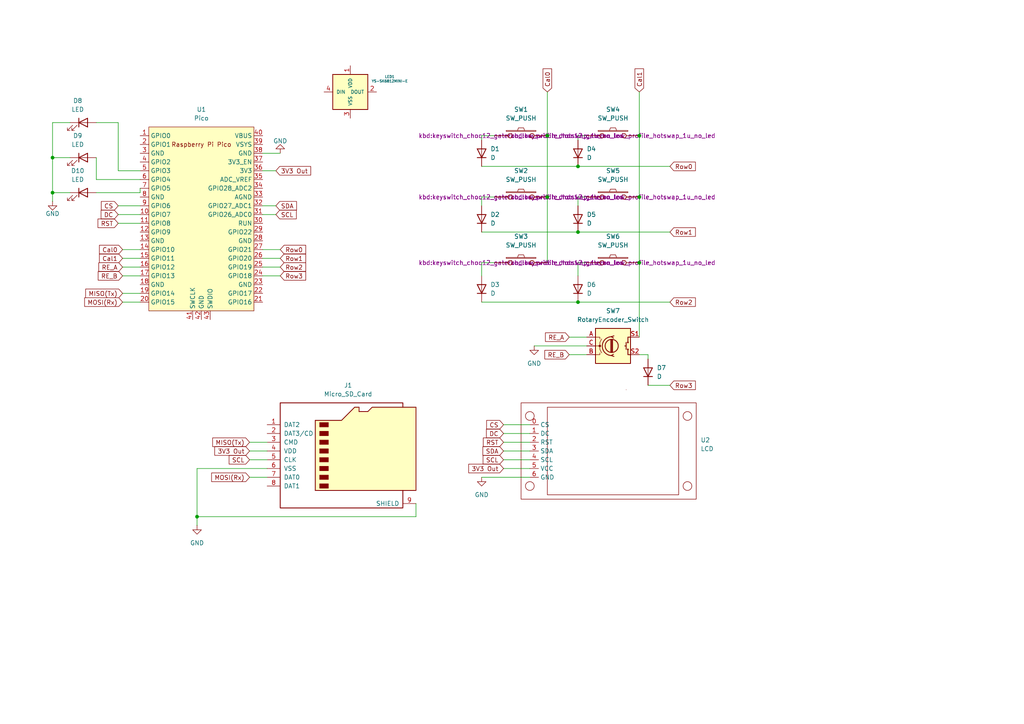
<source format=kicad_sch>
(kicad_sch (version 20231120) (generator "eeschema") (generator_version "8.0")
  (paper "A4")
  (lib_symbols
    (symbol "4xxx_IEEE:4001"
      (property "Reference" "U" (at -10.16 19.812 0))
      (property "Value" "LCD" (at -10.16 18.034 0))
      (symbol "4001_0_0"
        (pin input line (at -31.75 10.16 0) (length 2.54) (name "CS") (number "0"))
        (pin input line (at -31.75 7.62 0) (length 2.54) (name "DC") (number "1"))
        (pin input line (at -31.75 5.08 0) (length 2.54) (name "RST") (number "2"))
        (pin input line (at -31.75 2.54 0) (length 2.54) (name "SDA") (number "3"))
        (pin input line (at -31.75 0 0) (length 2.54) (name "SCL") (number "4"))
        (pin power_in line (at -31.75 -2.54 0) (length 2.54) (name "VCC") (number "5"))
        (pin power_out line (at -31.75 -5.08 0) (length 2.54) (name "GND") (number "6"))
      )
      (symbol "4001_0_1"
        (rectangle (start -34.29 16.51) (end 16.51 -11.43))
        (circle (center -31.75 -7.62) (radius 1.27))
        (circle (center -31.75 12.7) (radius 1.27))
        (rectangle (start -26.67 15.24) (end 11.43 -10.16))
        (rectangle (start -3.81 20.32) (end -3.81 20.32))
        (circle (center 13.97 -7.62) (radius 1.27))
        (circle (center 13.97 12.7) (radius 1.27))
      )
    )
    (symbol "Connector:Micro_SD_Card" (pin_names (offset 1.016))
      (property "Reference" "J" (at -16.51 15.24 0))
      (property "Value" "Micro_SD_Card" (at 16.51 15.24 0))
      (symbol "Micro_SD_Card_0_1"
        (rectangle (start -7.62 -9.525) (end -5.08 -10.795) (fill (type outline)))
        (rectangle (start -7.62 -6.985) (end -5.08 -8.255) (fill (type outline)))
        (rectangle (start -7.62 -4.445) (end -5.08 -5.715) (fill (type outline)))
        (rectangle (start -7.62 -1.905) (end -5.08 -3.175) (fill (type outline)))
        (rectangle (start -7.62 0.635) (end -5.08 -0.635) (fill (type outline)))
        (rectangle (start -7.62 3.175) (end -5.08 1.905) (fill (type outline)))
        (rectangle (start -7.62 5.715) (end -5.08 4.445) (fill (type outline)))
        (rectangle (start -7.62 8.255) (end -5.08 6.985) (fill (type outline)))
        (polyline (pts (xy 16.51 12.7) (xy 16.51 13.97) (xy -19.05 13.97) (xy -19.05 -16.51) (xy 16.51 -16.51) (xy 16.51 -11.43)) (stroke (width 0.254)))
        (polyline (pts (xy -8.89 -11.43) (xy -8.89 8.89) (xy -1.27 8.89) (xy 2.54 12.7) (xy 3.81 12.7) (xy 3.81 11.43) (xy 6.35 11.43) (xy 7.62 12.7) (xy 20.32 12.7) (xy 20.32 -11.43) (xy -8.89 -11.43)) (stroke (width 0.254)) (fill (type background)))
      )
      (symbol "Micro_SD_Card_1_1"
        (pin bidirectional line (at -22.86 7.62 0) (length 3.81) (name "DAT2") (number "1"))
        (pin bidirectional line (at -22.86 5.08 0) (length 3.81) (name "DAT3/CD") (number "2"))
        (pin input line (at -22.86 2.54 0) (length 3.81) (name "CMD") (number "3"))
        (pin power_in line (at -22.86 0 0) (length 3.81) (name "VDD") (number "4"))
        (pin input line (at -22.86 -2.54 0) (length 3.81) (name "CLK") (number "5"))
        (pin power_in line (at -22.86 -5.08 0) (length 3.81) (name "VSS") (number "6"))
        (pin bidirectional line (at -22.86 -7.62 0) (length 3.81) (name "DAT0") (number "7"))
        (pin bidirectional line (at -22.86 -10.16 0) (length 3.81) (name "DAT1") (number "8"))
        (pin passive line (at 20.32 -15.24 180) (length 3.81) (name "SHIELD") (number "9"))
      )
    )
    (symbol "Device:D" (pin_numbers hide) (pin_names (offset 1.016) hide)
      (property "Reference" "D" (at 0 2.54 0))
      (property "Value" "D" (at 0 -2.54 0))
      (symbol "D_0_1"
        (polyline (pts (xy -1.27 1.27) (xy -1.27 -1.27)) (stroke (width 0.254)))
        (polyline (pts (xy 1.27 0) (xy -1.27 0)))
        (polyline (pts (xy 1.27 1.27) (xy 1.27 -1.27) (xy -1.27 0) (xy 1.27 1.27)) (stroke (width 0.254)))
      )
      (symbol "D_1_1"
        (pin passive line (at -3.81 0 0) (length 2.54) (name "K") (number "1"))
        (pin passive line (at 3.81 0 180) (length 2.54) (name "A") (number "2"))
      )
    )
    (symbol "Device:LED" (pin_numbers hide) (pin_names (offset 1.016) hide)
      (property "Reference" "D" (at 0 2.54 0))
      (property "Value" "LED" (at 0 -2.54 0))
      (symbol "LED_0_1"
        (polyline (pts (xy -1.27 -1.27) (xy -1.27 1.27)) (stroke (width 0.254)))
        (polyline (pts (xy -1.27 0) (xy 1.27 0)))
        (polyline (pts (xy 1.27 -1.27) (xy 1.27 1.27) (xy -1.27 0) (xy 1.27 -1.27)) (stroke (width 0.254)))
        (polyline (pts (xy -3.048 -0.762) (xy -4.572 -2.286) (xy -3.81 -2.286) (xy -4.572 -2.286) (xy -4.572 -1.524)))
        (polyline (pts (xy -1.778 -0.762) (xy -3.302 -2.286) (xy -2.54 -2.286) (xy -3.302 -2.286) (xy -3.302 -1.524)))
      )
      (symbol "LED_1_1"
        (pin passive line (at -3.81 0 0) (length 2.54) (name "K") (number "1"))
        (pin passive line (at 3.81 0 180) (length 2.54) (name "A") (number "2"))
      )
    )
    (symbol "Device:RotaryEncoder_Switch" (pin_names (offset 0.254) hide)
      (property "Reference" "SW" (at 0 6.604 0))
      (property "Value" "RotaryEncoder_Switch" (at 0 -6.604 0))
      (symbol "RotaryEncoder_Switch_0_1"
        (rectangle (start -5.08 5.08) (end 5.08 -5.08) (stroke (width 0.254)) (fill (type background)))
        (circle (center -3.81 0) (radius 0.254) (fill (type outline)))
        (circle (center -0.381 0) (radius 1.905) (stroke (width 0.254)))
        (arc (start -0.381 2.667) (mid -3.0988 -0.0635) (end -0.381 -2.794) (stroke (width 0.254)))
        (polyline (pts (xy -0.635 -1.778) (xy -0.635 1.778)) (stroke (width 0.254)))
        (polyline (pts (xy -0.381 -1.778) (xy -0.381 1.778)) (stroke (width 0.254)))
        (polyline (pts (xy -0.127 1.778) (xy -0.127 -1.778)) (stroke (width 0.254)))
        (polyline (pts (xy 3.81 0) (xy 3.429 0)) (stroke (width 0.254)))
        (polyline (pts (xy 3.81 1.016) (xy 3.81 -1.016)) (stroke (width 0.254)))
        (polyline (pts (xy -5.08 -2.54) (xy -3.81 -2.54) (xy -3.81 -2.032)))
        (polyline (pts (xy -5.08 2.54) (xy -3.81 2.54) (xy -3.81 2.032)))
        (polyline (pts (xy 0.254 -3.048) (xy -0.508 -2.794) (xy 0.127 -2.413)) (stroke (width 0.254)))
        (polyline (pts (xy 0.254 2.921) (xy -0.508 2.667) (xy 0.127 2.286)) (stroke (width 0.254)))
        (polyline (pts (xy 5.08 -2.54) (xy 4.318 -2.54) (xy 4.318 -1.016)) (stroke (width 0.254)))
        (polyline (pts (xy 5.08 2.54) (xy 4.318 2.54) (xy 4.318 1.016)) (stroke (width 0.254)))
        (polyline (pts (xy -5.08 0) (xy -3.81 0) (xy -3.81 -1.016) (xy -3.302 -2.032)))
        (polyline (pts (xy -4.318 0) (xy -3.81 0) (xy -3.81 1.016) (xy -3.302 2.032)))
        (circle (center 4.318 -1.016) (radius 0.127) (stroke (width 0.254)))
        (circle (center 4.318 1.016) (radius 0.127) (stroke (width 0.254)))
      )
      (symbol "RotaryEncoder_Switch_1_1"
        (pin passive line (at -7.62 2.54 0) (length 2.54) (name "A") (number "A"))
        (pin passive line (at -7.62 -2.54 0) (length 2.54) (name "B") (number "B"))
        (pin passive line (at -7.62 0 0) (length 2.54) (name "C") (number "C"))
        (pin passive line (at 7.62 2.54 180) (length 2.54) (name "S1") (number "S1"))
        (pin passive line (at 7.62 -2.54 180) (length 2.54) (name "S2") (number "S2"))
      )
    )
    (symbol "MCU_RaspberryPi_and_Boards:Pico"
      (property "Reference" "U" (at -13.97 27.94 0))
      (property "Value" "Pico" (at 0 19.05 0))
      (symbol "Pico_0_0"
        (text "Raspberry Pi Pico" (at 0 21.59 0) (effects (font (size 1.27 1.27))))
      )
      (symbol "Pico_0_1"
        (rectangle (start -15.24 26.67) (end 15.24 -26.67) (fill (type background)))
      )
      (symbol "Pico_1_1"
        (pin bidirectional line (at -17.78 24.13 0) (length 2.54) (name "GPIO0") (number "1"))
        (pin bidirectional line (at -17.78 1.27 0) (length 2.54) (name "GPIO7") (number "10"))
        (pin bidirectional line (at -17.78 -1.27 0) (length 2.54) (name "GPIO8") (number "11"))
        (pin bidirectional line (at -17.78 -3.81 0) (length 2.54) (name "GPIO9") (number "12"))
        (pin power_in line (at -17.78 -6.35 0) (length 2.54) (name "GND") (number "13"))
        (pin bidirectional line (at -17.78 -8.89 0) (length 2.54) (name "GPIO10") (number "14"))
        (pin bidirectional line (at -17.78 -11.43 0) (length 2.54) (name "GPIO11") (number "15"))
        (pin bidirectional line (at -17.78 -13.97 0) (length 2.54) (name "GPIO12") (number "16"))
        (pin bidirectional line (at -17.78 -16.51 0) (length 2.54) (name "GPIO13") (number "17"))
        (pin power_in line (at -17.78 -19.05 0) (length 2.54) (name "GND") (number "18"))
        (pin bidirectional line (at -17.78 -21.59 0) (length 2.54) (name "GPIO14") (number "19"))
        (pin bidirectional line (at -17.78 21.59 0) (length 2.54) (name "GPIO1") (number "2"))
        (pin bidirectional line (at -17.78 -24.13 0) (length 2.54) (name "GPIO15") (number "20"))
        (pin bidirectional line (at 17.78 -24.13 180) (length 2.54) (name "GPIO16") (number "21"))
        (pin bidirectional line (at 17.78 -21.59 180) (length 2.54) (name "GPIO17") (number "22"))
        (pin power_in line (at 17.78 -19.05 180) (length 2.54) (name "GND") (number "23"))
        (pin bidirectional line (at 17.78 -16.51 180) (length 2.54) (name "GPIO18") (number "24"))
        (pin bidirectional line (at 17.78 -13.97 180) (length 2.54) (name "GPIO19") (number "25"))
        (pin bidirectional line (at 17.78 -11.43 180) (length 2.54) (name "GPIO20") (number "26"))
        (pin bidirectional line (at 17.78 -8.89 180) (length 2.54) (name "GPIO21") (number "27"))
        (pin power_in line (at 17.78 -6.35 180) (length 2.54) (name "GND") (number "28"))
        (pin bidirectional line (at 17.78 -3.81 180) (length 2.54) (name "GPIO22") (number "29"))
        (pin power_in line (at -17.78 19.05 0) (length 2.54) (name "GND") (number "3"))
        (pin input line (at 17.78 -1.27 180) (length 2.54) (name "RUN") (number "30"))
        (pin bidirectional line (at 17.78 1.27 180) (length 2.54) (name "GPIO26_ADC0") (number "31"))
        (pin bidirectional line (at 17.78 3.81 180) (length 2.54) (name "GPIO27_ADC1") (number "32"))
        (pin power_in line (at 17.78 6.35 180) (length 2.54) (name "AGND") (number "33"))
        (pin bidirectional line (at 17.78 8.89 180) (length 2.54) (name "GPIO28_ADC2") (number "34"))
        (pin power_in line (at 17.78 11.43 180) (length 2.54) (name "ADC_VREF") (number "35"))
        (pin power_in line (at 17.78 13.97 180) (length 2.54) (name "3V3") (number "36"))
        (pin input line (at 17.78 16.51 180) (length 2.54) (name "3V3_EN") (number "37"))
        (pin bidirectional line (at 17.78 19.05 180) (length 2.54) (name "GND") (number "38"))
        (pin power_in line (at 17.78 21.59 180) (length 2.54) (name "VSYS") (number "39"))
        (pin bidirectional line (at -17.78 16.51 0) (length 2.54) (name "GPIO2") (number "4"))
        (pin power_in line (at 17.78 24.13 180) (length 2.54) (name "VBUS") (number "40"))
        (pin input line (at -2.54 -29.21 90) (length 2.54) (name "SWCLK") (number "41"))
        (pin power_in line (at 0 -29.21 90) (length 2.54) (name "GND") (number "42"))
        (pin bidirectional line (at 2.54 -29.21 90) (length 2.54) (name "SWDIO") (number "43"))
        (pin bidirectional line (at -17.78 13.97 0) (length 2.54) (name "GPIO3") (number "5"))
        (pin bidirectional line (at -17.78 11.43 0) (length 2.54) (name "GPIO4") (number "6"))
        (pin bidirectional line (at -17.78 8.89 0) (length 2.54) (name "GPIO5") (number "7"))
        (pin power_in line (at -17.78 6.35 0) (length 2.54) (name "GND") (number "8"))
        (pin bidirectional line (at -17.78 3.81 0) (length 2.54) (name "GPIO6") (number "9"))
      )
    )
    (symbol "kbd:SW_PUSH" (pin_numbers hide) (pin_names (offset 1.016) hide)
      (property "Reference" "SW" (at 3.81 2.794 0))
      (property "Value" "SW_PUSH" (at 0 -2.032 0))
      (symbol "SW_PUSH_0_1"
        (rectangle (start -4.318 1.27) (end 4.318 1.524))
        (polyline (pts (xy -1.016 1.524) (xy -0.762 2.286) (xy 0.762 2.286) (xy 1.016 1.524)))
        (pin passive inverted (at -7.62 0 0) (length 5.08) (name "1") (number "1"))
        (pin passive inverted (at 7.62 0 180) (length 5.08) (name "2") (number "2"))
      )
    )
    (symbol "kbd:YS-SK6812MINI-E" (pin_names (offset 1.016))
      (property "Reference" "LED" (at 2.54 -7.62 0))
      (property "Value" "YS-SK6812MINI-E" (at 6.35 -6.35 0))
      (symbol "YS-SK6812MINI-E_0_1"
        (rectangle (start -5.08 5.08) (end 5.08 -5.08) (stroke (width 0.254)) (fill (type background)))
      )
      (symbol "YS-SK6812MINI-E_1_1"
        (pin power_in line (at 0 7.62 270) (length 2.54) (name "VDD") (number "1"))
        (pin output line (at 7.62 0 180) (length 2.54) (name "DOUT") (number "2"))
        (pin power_in line (at 0 -7.62 90) (length 2.54) (name "VSS") (number "3"))
        (pin input line (at -7.62 0 0) (length 2.54) (name "DIN") (number "4"))
      )
    )
    (symbol "power:GND" (power) (pin_numbers hide) (pin_names (offset 0) hide)
      (property "Value" "GND" (at 0 -3.81 0))
      (symbol "GND_0_1"
        (polyline (pts (xy 0 0) (xy 0 -1.27) (xy 1.27 -1.27) (xy 0 -2.54) (xy -1.27 -1.27) (xy 0 -1.27)))
      )
      (symbol "GND_1_1"
        (pin power_in line (at 0 0 270) (length 0) (name "~") (number "1"))
      )
    )
  )
  (junction (at 185.42 57.15))
  (junction (at 15.24 45.72))
  (junction (at 158.75 39.37))
  (junction (at 167.64 87.63))
  (junction (at 185.42 39.37))
  (junction (at 15.24 55.88))
  (junction (at 185.42 76.2))
  (junction (at 167.64 67.31))
  (junction (at 57.15 149.86))
  (junction (at 167.64 48.26))
  (junction (at 158.75 57.15))
  (wire (pts (xy 35.56 85.09) (xy 40.64 85.09)))
  (wire (pts (xy 139.7 57.15) (xy 139.7 59.69)))
  (wire (pts (xy 167.64 67.31) (xy 194.31 67.31)))
  (wire (pts (xy 34.29 49.53) (xy 40.64 49.53)))
  (wire (pts (xy 185.42 26.67) (xy 185.42 39.37)))
  (wire (pts (xy 72.39 133.35) (xy 77.47 133.35)))
  (wire (pts (xy 20.32 45.72) (xy 15.24 45.72)))
  (wire (pts (xy 76.2 80.01) (xy 81.28 80.01)))
  (wire (pts (xy 72.39 138.43) (xy 77.47 138.43)))
  (wire (pts (xy 146.05 133.35) (xy 153.67 133.35)))
  (wire (pts (xy 146.05 130.81) (xy 153.67 130.81)))
  (wire (pts (xy 76.2 62.23) (xy 80.01 62.23)))
  (wire (pts (xy 15.24 45.72) (xy 15.24 55.88)))
  (wire (pts (xy 20.32 55.88) (xy 15.24 55.88)))
  (wire (pts (xy 76.2 44.45) (xy 81.28 44.45)))
  (wire (pts (xy 143.51 76.2) (xy 139.7 76.2)))
  (wire (pts (xy 185.42 39.37) (xy 185.42 57.15)))
  (wire (pts (xy 170.18 39.37) (xy 167.64 39.37)))
  (wire (pts (xy 167.64 39.37) (xy 167.64 40.64)))
  (wire (pts (xy 167.64 48.26) (xy 194.31 48.26)))
  (wire (pts (xy 170.18 76.2) (xy 167.64 76.2)))
  (wire (pts (xy 146.05 123.19) (xy 153.67 123.19)))
  (wire (pts (xy 185.42 76.2) (xy 185.42 97.79)))
  (wire (pts (xy 72.39 128.27) (xy 77.47 128.27)))
  (wire (pts (xy 27.94 52.07) (xy 27.94 45.72)))
  (wire (pts (xy 154.94 100.33) (xy 170.18 100.33)))
  (wire (pts (xy 139.7 76.2) (xy 139.7 80.01)))
  (wire (pts (xy 76.2 74.93) (xy 81.28 74.93)))
  (wire (pts (xy 158.75 26.67) (xy 158.75 39.37)))
  (wire (pts (xy 34.29 35.56) (xy 34.29 49.53)))
  (wire (pts (xy 15.24 55.88) (xy 15.24 58.42)))
  (wire (pts (xy 170.18 57.15) (xy 167.64 57.15)))
  (wire (pts (xy 167.64 87.63) (xy 139.7 87.63)))
  (wire (pts (xy 35.56 74.93) (xy 40.64 74.93)))
  (wire (pts (xy 35.56 77.47) (xy 40.64 77.47)))
  (wire (pts (xy 57.15 135.89) (xy 57.15 149.86)))
  (wire (pts (xy 165.1 102.87) (xy 170.18 102.87)))
  (wire (pts (xy 57.15 149.86) (xy 57.15 152.4)))
  (wire (pts (xy 139.7 39.37) (xy 139.7 40.64)))
  (wire (pts (xy 194.31 87.63) (xy 167.64 87.63)))
  (wire (pts (xy 76.2 59.69) (xy 80.01 59.69)))
  (wire (pts (xy 185.42 102.87) (xy 187.96 102.87)))
  (wire (pts (xy 143.51 57.15) (xy 139.7 57.15)))
  (wire (pts (xy 146.05 125.73) (xy 153.67 125.73)))
  (wire (pts (xy 165.1 97.79) (xy 170.18 97.79)))
  (wire (pts (xy 27.94 55.88) (xy 40.64 55.88)))
  (wire (pts (xy 40.64 55.88) (xy 40.64 54.61)))
  (wire (pts (xy 76.2 49.53) (xy 80.01 49.53)))
  (wire (pts (xy 27.94 35.56) (xy 34.29 35.56)))
  (wire (pts (xy 34.29 64.77) (xy 40.64 64.77)))
  (wire (pts (xy 76.2 77.47) (xy 81.28 77.47)))
  (wire (pts (xy 77.47 135.89) (xy 57.15 135.89)))
  (wire (pts (xy 34.29 59.69) (xy 40.64 59.69)))
  (wire (pts (xy 146.05 135.89) (xy 153.67 135.89)))
  (wire (pts (xy 167.64 57.15) (xy 167.64 59.69)))
  (wire (pts (xy 120.65 149.86) (xy 57.15 149.86)))
  (wire (pts (xy 76.2 72.39) (xy 81.28 72.39)))
  (wire (pts (xy 72.39 130.81) (xy 77.47 130.81)))
  (wire (pts (xy 35.56 80.01) (xy 40.64 80.01)))
  (wire (pts (xy 20.32 35.56) (xy 15.24 35.56)))
  (wire (pts (xy 167.64 76.2) (xy 167.64 80.01)))
  (wire (pts (xy 158.75 57.15) (xy 158.75 76.2)))
  (wire (pts (xy 139.7 48.26) (xy 167.64 48.26)))
  (wire (pts (xy 158.75 39.37) (xy 158.75 57.15)))
  (wire (pts (xy 15.24 35.56) (xy 15.24 45.72)))
  (wire (pts (xy 35.56 72.39) (xy 40.64 72.39)))
  (wire (pts (xy 120.65 146.05) (xy 120.65 149.86)))
  (wire (pts (xy 187.96 111.76) (xy 194.31 111.76)))
  (wire (pts (xy 146.05 128.27) (xy 153.67 128.27)))
  (wire (pts (xy 187.96 102.87) (xy 187.96 104.14)))
  (wire (pts (xy 143.51 39.37) (xy 139.7 39.37)))
  (wire (pts (xy 139.7 138.43) (xy 153.67 138.43)))
  (wire (pts (xy 40.64 52.07) (xy 27.94 52.07)))
  (wire (pts (xy 185.42 57.15) (xy 185.42 76.2)))
  (wire (pts (xy 34.29 62.23) (xy 40.64 62.23)))
  (wire (pts (xy 139.7 67.31) (xy 167.64 67.31)))
  (wire (pts (xy 35.56 87.63) (xy 40.64 87.63)))
  (global_label "SDA" (shape input) (at 146.05 130.81 180) (property "Intersheetrefs" "${INTERSHEET_REFS}" (effects (hide yes))))
  (global_label "SCL" (shape input) (at 146.05 133.35 180) (property "Intersheetrefs" "${INTERSHEET_REFS}" (effects (hide yes))))
  (global_label "3V3 Out" (shape input) (at 146.05 135.89 180) (property "Intersheetrefs" "${INTERSHEET_REFS}" (effects (hide yes))))
  (global_label "SCL" (shape input) (at 80.01 62.23 0) (property "Intersheetrefs" "${INTERSHEET_REFS}" (effects (hide yes))))
  (global_label "Row0" (shape input) (at 194.31 48.26 0) (property "Intersheetrefs" "${INTERSHEET_REFS}" (effects (hide yes))))
  (global_label "SDA" (shape input) (at 80.01 59.69 0) (property "Intersheetrefs" "${INTERSHEET_REFS}" (effects (hide yes))))
  (global_label "Row2" (shape input) (at 194.31 87.63 0) (property "Intersheetrefs" "${INTERSHEET_REFS}" (effects (hide yes))))
  (global_label "Row1" (shape input) (at 81.28 74.93 0) (property "Intersheetrefs" "${INTERSHEET_REFS}" (effects (hide yes))))
  (global_label "RE_A" (shape input) (at 35.56 77.47 180) (property "Intersheetrefs" "${INTERSHEET_REFS}" (effects (hide yes))))
  (global_label "CS" (shape input) (at 34.29 59.69 180) (property "Intersheetrefs" "${INTERSHEET_REFS}" (effects (hide yes))))
  (global_label "Row2" (shape input) (at 81.28 77.47 0) (property "Intersheetrefs" "${INTERSHEET_REFS}" (effects (hide yes))))
  (global_label "MOSI(Rx)" (shape input) (at 72.39 138.43 180) (property "Intersheetrefs" "${INTERSHEET_REFS}" (effects (hide yes))))
  (global_label "Row1" (shape input) (at 194.31 67.31 0) (property "Intersheetrefs" "${INTERSHEET_REFS}" (effects (hide yes))))
  (global_label "MOSI(Rx)" (shape input) (at 35.56 87.63 180) (property "Intersheetrefs" "${INTERSHEET_REFS}" (effects (hide yes))))
  (global_label "Cal0" (shape input) (at 158.75 26.67 90) (property "Intersheetrefs" "${INTERSHEET_REFS}" (effects (hide yes))))
  (global_label "MISO(Tx)" (shape input) (at 35.56 85.09 180) (property "Intersheetrefs" "${INTERSHEET_REFS}" (effects (hide yes))))
  (global_label "Cal1" (shape input) (at 35.56 74.93 180) (property "Intersheetrefs" "${INTERSHEET_REFS}" (effects (hide yes))))
  (global_label "Cal0" (shape input) (at 35.56 72.39 180) (property "Intersheetrefs" "${INTERSHEET_REFS}" (effects (hide yes))))
  (global_label "SCL" (shape input) (at 72.39 133.35 180) (property "Intersheetrefs" "${INTERSHEET_REFS}" (effects (hide yes))))
  (global_label "RST" (shape input) (at 146.05 128.27 180) (property "Intersheetrefs" "${INTERSHEET_REFS}" (effects (hide yes))))
  (global_label "Row3" (shape input) (at 194.31 111.76 0) (property "Intersheetrefs" "${INTERSHEET_REFS}" (effects (hide yes))))
  (global_label "Row3" (shape input) (at 81.28 80.01 0) (property "Intersheetrefs" "${INTERSHEET_REFS}" (effects (hide yes))))
  (global_label "CS" (shape input) (at 146.05 123.19 180) (property "Intersheetrefs" "${INTERSHEET_REFS}" (effects (hide yes))))
  (global_label "DC" (shape input) (at 146.05 125.73 180) (property "Intersheetrefs" "${INTERSHEET_REFS}" (effects (hide yes))))
  (global_label "RST" (shape input) (at 34.29 64.77 180) (property "Intersheetrefs" "${INTERSHEET_REFS}" (effects (hide yes))))
  (global_label "Row0" (shape input) (at 81.28 72.39 0) (property "Intersheetrefs" "${INTERSHEET_REFS}" (effects (hide yes))))
  (global_label "3V3 Out" (shape input) (at 80.01 49.53 0) (property "Intersheetrefs" "${INTERSHEET_REFS}" (effects (hide yes))))
  (global_label "DC" (shape input) (at 34.29 62.23 180) (property "Intersheetrefs" "${INTERSHEET_REFS}" (effects (hide yes))))
  (global_label "RE_B" (shape input) (at 165.1 102.87 180) (property "Intersheetrefs" "${INTERSHEET_REFS}" (effects (hide yes))))
  (global_label "RE_B" (shape input) (at 35.56 80.01 180) (property "Intersheetrefs" "${INTERSHEET_REFS}" (effects (hide yes))))
  (global_label "Cal1" (shape input) (at 185.42 26.67 90) (property "Intersheetrefs" "${INTERSHEET_REFS}" (effects (hide yes))))
  (global_label "3V3 Out" (shape input) (at 72.39 130.81 180) (property "Intersheetrefs" "${INTERSHEET_REFS}" (effects (hide yes))))
  (global_label "RE_A" (shape input) (at 165.1 97.79 180) (property "Intersheetrefs" "${INTERSHEET_REFS}" (effects (hide yes))))
  (global_label "MISO(Tx)" (shape input) (at 72.39 128.27 180) (property "Intersheetrefs" "${INTERSHEET_REFS}" (effects (hide yes))))
  (symbol (lib_id "kbd:SW_PUSH") (at 177.8 39.37 0) (unit 1)
    (property "Reference" "SW4" (at 177.8 31.75 0))
    (property "Value" "SW_PUSH" (at 177.8 34.29 0))
    (property "Footprint" "kbd:keyswitch_choc12_gateron_low_profile_hotswap_1u_no_led" (at 177.8 39.37 0))
  )
  (symbol (lib_id "power:GND") (at 57.15 152.4 0) (unit 1)
    (property "Reference" "#PWR03" (effects (hide yes)))
    (property "Value" "GND" (at 57.15 157.48 0))
    (property "Description" "Power symbol creates a global label with name \"GND\" , ground" (effects (hide yes)))
  )
  (symbol (lib_id "Device:LED") (at 24.13 55.88 0) (unit 1)
    (property "Reference" "D10" (at 22.5425 49.53 0))
    (property "Value" "LED" (at 22.5425 52.07 0))
    (property "Footprint" "kbd:LED_WS2812B-PLCC4" (effects (hide yes)))
    (property "Description" "Light emitting diode" (effects (hide yes)))
  )
  (symbol (lib_id "4xxx_IEEE:4001") (at 185.42 133.35 0) (unit 1)
    (property "Reference" "U2" (at 203.2 127.6349 0) (effects (justify left)))
    (property "Value" "LCD" (at 203.2 130.1749 0) (effects (justify left)))
    (property "Footprint" "ST7789v_Library:ST7789V" (effects (hide yes)))
  )
  (symbol (lib_id "power:GND") (at 15.24 58.42 0) (unit 1)
    (property "Reference" "#PWR06" (effects (hide yes)))
    (property "Value" "GND" (at 15.24 61.976 0))
    (property "Description" "Power symbol creates a global label with name \"GND\" , ground" (effects (hide yes)))
  )
  (symbol (lib_id "Device:D") (at 139.7 83.82 90) (unit 1)
    (property "Reference" "D3" (at 142.24 82.5499 90) (effects (justify right)))
    (property "Value" "D" (at 142.24 85.0899 90) (effects (justify right)))
    (property "Footprint" "kbd_parts:D_SOD-123-Pretty" (effects (hide yes)))
    (property "Description" "Diode" (effects (hide yes)))
    (property "Sim.Device" "D" (effects (hide yes)))
    (property "Sim.Pins" "1=K 2=A" (effects (hide yes)))
  )
  (symbol (lib_id "Device:D") (at 167.64 63.5 90) (unit 1)
    (property "Reference" "D5" (at 170.18 62.2299 90) (effects (justify right)))
    (property "Value" "D" (at 170.18 64.7699 90) (effects (justify right)))
    (property "Footprint" "kbd_parts:D_SOD-123-Pretty" (effects (hide yes)))
    (property "Description" "Diode" (effects (hide yes)))
    (property "Sim.Device" "D" (effects (hide yes)))
    (property "Sim.Pins" "1=K 2=A" (effects (hide yes)))
  )
  (symbol (lib_id "Device:D") (at 139.7 44.45 90) (unit 1)
    (property "Reference" "D1" (at 142.24 43.1799 90) (effects (justify right)))
    (property "Value" "D" (at 142.24 45.7199 90) (effects (justify right)))
    (property "Footprint" "kbd_parts:D_SOD-123-Pretty" (effects (hide yes)))
    (property "Description" "Diode" (effects (hide yes)))
    (property "Sim.Device" "D" (effects (hide yes)))
    (property "Sim.Pins" "1=K 2=A" (effects (hide yes)))
  )
  (symbol (lib_id "kbd:SW_PUSH") (at 177.8 57.15 0) (unit 1)
    (property "Reference" "SW5" (at 177.8 49.53 0))
    (property "Value" "SW_PUSH" (at 177.8 52.07 0))
    (property "Footprint" "kbd:keyswitch_choc12_gateron_low_profile_hotswap_1u_no_led" (at 177.8 57.15 0))
  )
  (symbol (lib_id "Device:LED") (at 24.13 35.56 0) (unit 1)
    (property "Reference" "D8" (at 22.5425 29.21 0))
    (property "Value" "LED" (at 22.5425 31.75 0))
    (property "Footprint" "kbd:LED_WS2812B-PLCC4" (effects (hide yes)))
    (property "Description" "Light emitting diode" (effects (hide yes)))
  )
  (symbol (lib_id "Device:RotaryEncoder_Switch") (at 177.8 100.33 0) (unit 1)
    (property "Reference" "SW7" (at 177.8 90.17 0))
    (property "Value" "RotaryEncoder_Switch" (at 177.8 92.71 0))
    (property "Footprint" "Rotary_Encoder:RotaryEncoder_Bourns_Vertical_PEC12R-3x17F-Sxxxx" (effects (hide yes)))
    (property "Description" "Rotary encoder, dual channel, incremental quadrate outputs, with switch" (effects (hide yes)))
  )
  (symbol (lib_id "kbd:YS-SK6812MINI-E") (at 101.6 26.67 0) (unit 1)
    (property "Reference" "LED1" (at 113.03 22.2565 0) (effects (font (size 0.7366 0.7366))))
    (property "Value" "YS-SK6812MINI-E" (at 113.03 23.5265 0) (effects (font (size 0.7366 0.7366))))
  )
  (symbol (lib_id "power:GND") (at 81.28 44.45 0) (mirror x) (unit 1)
    (property "Reference" "#PWR04" (effects (hide yes)))
    (property "Value" "GND" (at 81.28 40.894 0))
    (property "Description" "Power symbol creates a global label with name \"GND\" , ground" (effects (hide yes)))
  )
  (symbol (lib_id "Device:D") (at 187.96 107.95 90) (unit 1)
    (property "Reference" "D7" (at 190.5 106.6799 90) (effects (justify right)))
    (property "Value" "D" (at 190.5 109.2199 90) (effects (justify right)))
    (property "Footprint" "kbd_parts:D_SOD-123-Pretty" (effects (hide yes)))
    (property "Description" "Diode" (effects (hide yes)))
    (property "Sim.Device" "D" (effects (hide yes)))
    (property "Sim.Pins" "1=K 2=A" (effects (hide yes)))
  )
  (symbol (lib_id "Device:D") (at 167.64 44.45 90) (unit 1)
    (property "Reference" "D4" (at 170.18 43.1799 90) (effects (justify right)))
    (property "Value" "D" (at 170.18 45.7199 90) (effects (justify right)))
    (property "Footprint" "kbd_parts:D_SOD-123-Pretty" (effects (hide yes)))
    (property "Description" "Diode" (effects (hide yes)))
    (property "Sim.Device" "D" (effects (hide yes)))
    (property "Sim.Pins" "1=K 2=A" (effects (hide yes)))
  )
  (symbol (lib_id "Device:D") (at 167.64 83.82 90) (unit 1)
    (property "Reference" "D6" (at 170.18 82.5499 90) (effects (justify right)))
    (property "Value" "D" (at 170.18 85.0899 90) (effects (justify right)))
    (property "Footprint" "kbd_parts:D_SOD-123-Pretty" (effects (hide yes)))
    (property "Description" "Diode" (effects (hide yes)))
    (property "Sim.Device" "D" (effects (hide yes)))
    (property "Sim.Pins" "1=K 2=A" (effects (hide yes)))
  )
  (symbol (lib_id "power:GND") (at 139.7 138.43 0) (unit 1)
    (property "Reference" "#PWR02" (effects (hide yes)))
    (property "Value" "GND" (at 139.7 143.51 0))
    (property "Description" "Power symbol creates a global label with name \"GND\" , ground" (effects (hide yes)))
  )
  (symbol (lib_id "kbd:SW_PUSH") (at 151.13 76.2 0) (unit 1)
    (property "Reference" "SW3" (at 151.13 68.58 0))
    (property "Value" "SW_PUSH" (at 151.13 71.12 0))
    (property "Footprint" "kbd:keyswitch_choc12_gateron_low_profile_hotswap_1u_no_led" (at 151.13 76.2 0))
  )
  (symbol (lib_id "kbd:SW_PUSH") (at 151.13 57.15 0) (unit 1)
    (property "Reference" "SW2" (at 151.13 49.53 0))
    (property "Value" "SW_PUSH" (at 151.13 52.07 0))
    (property "Footprint" "kbd:keyswitch_choc12_gateron_low_profile_hotswap_1u_no_led" (at 151.13 57.15 0))
  )
  (symbol (lib_id "kbd:SW_PUSH") (at 151.13 39.37 0) (unit 1)
    (property "Reference" "SW1" (at 151.13 31.75 0))
    (property "Value" "SW_PUSH" (at 151.13 34.29 0))
    (property "Footprint" "kbd:keyswitch_choc12_gateron_low_profile_hotswap_1u_no_led" (at 151.13 39.37 0))
  )
  (symbol (lib_id "kbd:SW_PUSH") (at 177.8 76.2 0) (unit 1)
    (property "Reference" "SW6" (at 177.8 68.58 0))
    (property "Value" "SW_PUSH" (at 177.8 71.12 0))
    (property "Footprint" "kbd:keyswitch_choc12_gateron_low_profile_hotswap_1u_no_led" (at 177.8 76.2 0))
  )
  (symbol (lib_id "Connector:Micro_SD_Card") (at 100.33 130.81 0) (unit 1)
    (property "Reference" "J1" (at 100.965 111.76 0))
    (property "Value" "Micro_SD_Card" (at 100.965 114.3 0))
    (property "Datasheet" "https://www.we-online.com/components/products/datasheet/693072010801.pdf" (effects (hide yes)))
    (property "Description" "Micro SD Card Socket" (effects (hide yes)))
  )
  (symbol (lib_id "power:GND") (at 154.94 100.33 0) (unit 1)
    (property "Reference" "#PWR01" (effects (hide yes)))
    (property "Value" "GND" (at 154.94 105.41 0))
    (property "Description" "Power symbol creates a global label with name \"GND\" , ground" (effects (hide yes)))
  )
  (symbol (lib_id "Device:D") (at 139.7 63.5 90) (unit 1)
    (property "Reference" "D2" (at 142.24 62.2299 90) (effects (justify right)))
    (property "Value" "D" (at 142.24 64.7699 90) (effects (justify right)))
    (property "Footprint" "kbd_parts:D_SOD-123-Pretty" (effects (hide yes)))
    (property "Description" "Diode" (effects (hide yes)))
    (property "Sim.Device" "D" (effects (hide yes)))
    (property "Sim.Pins" "1=K 2=A" (effects (hide yes)))
  )
  (symbol (lib_id "MCU_RaspberryPi_and_Boards:Pico") (at 58.42 63.5 0) (unit 1)
    (property "Reference" "U1" (at 58.42 31.75 0))
    (property "Value" "Pico" (at 58.42 34.29 0))
    (property "Footprint" "RPi_Pico:RPi_Pico_SMD_TH" (effects (hide yes)))
  )
  (symbol (lib_id "Device:LED") (at 24.13 45.72 0) (unit 1)
    (property "Reference" "D9" (at 22.5425 39.37 0))
    (property "Value" "LED" (at 22.5425 41.91 0))
    (property "Footprint" "kbd:LED_WS2812B-PLCC4" (effects (hide yes)))
    (property "Description" "Light emitting diode" (effects (hide yes)))
  )
)
</source>
